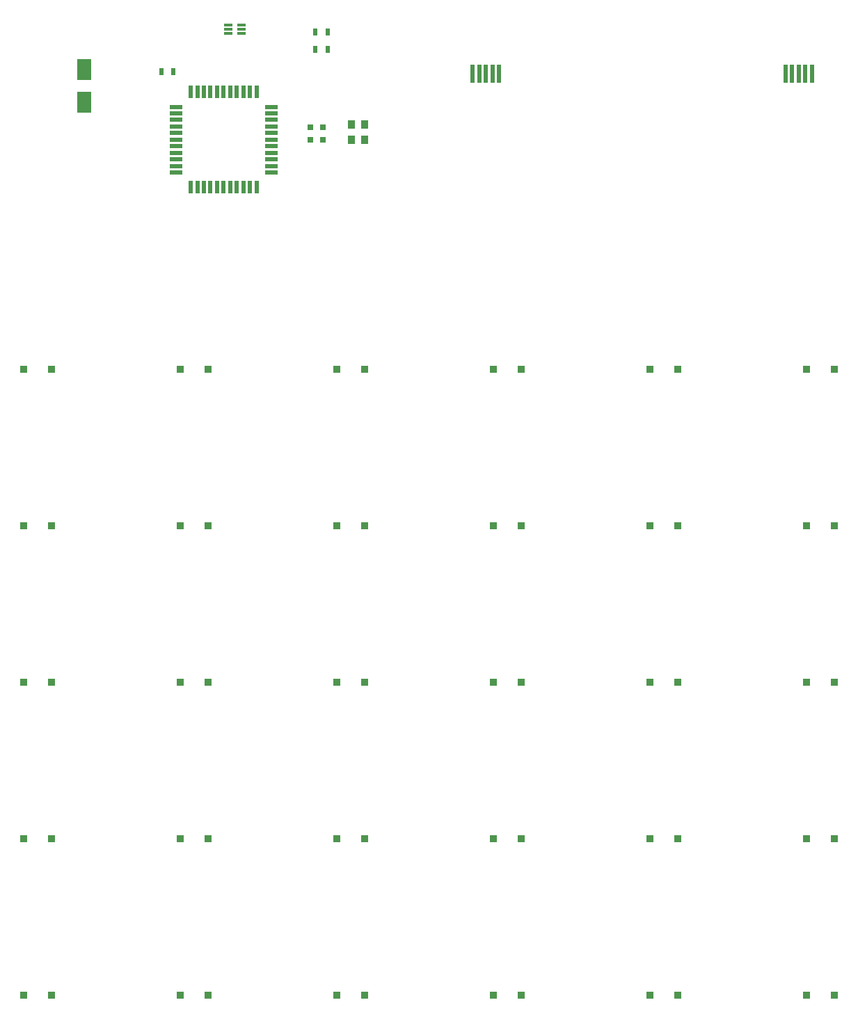
<source format=gbp>
G04 #@! TF.FileFunction,Paste,Bot*
%FSLAX46Y46*%
G04 Gerber Fmt 4.6, Leading zero omitted, Abs format (unit mm)*
G04 Created by KiCad (PCBNEW 4.0.3-stable) date 08/13/16 09:37:38*
%MOMM*%
%LPD*%
G01*
G04 APERTURE LIST*
%ADD10C,0.100000*%
%ADD11R,0.500000X1.500000*%
%ADD12R,1.500000X0.500000*%
%ADD13R,0.838200X0.838200*%
%ADD14R,0.900000X1.000000*%
%ADD15R,0.990000X0.300000*%
%ADD16R,0.500000X2.300000*%
%ADD17R,0.800000X0.750000*%
%ADD18R,1.800860X2.499360*%
%ADD19R,0.500000X0.900000*%
G04 APERTURE END LIST*
D10*
D11*
X50489949Y-22502295D03*
X51289949Y-22502295D03*
X52089949Y-22502295D03*
X52889949Y-22502295D03*
X53689949Y-22502295D03*
X54489949Y-22502295D03*
X55289949Y-22502295D03*
X56089949Y-22502295D03*
X56889949Y-22502295D03*
X57689949Y-22502295D03*
X58489949Y-22502295D03*
D12*
X60289949Y-24302295D03*
X60289949Y-25102295D03*
X60289949Y-25902295D03*
X60289949Y-26702295D03*
X60289949Y-27502295D03*
X60289949Y-28302295D03*
X60289949Y-29102295D03*
X60289949Y-29902295D03*
X60289949Y-30702295D03*
X60289949Y-31502295D03*
X60289949Y-32302295D03*
D11*
X58489949Y-34102295D03*
X57689949Y-34102295D03*
X56889949Y-34102295D03*
X56089949Y-34102295D03*
X55289949Y-34102295D03*
X54489949Y-34102295D03*
X53689949Y-34102295D03*
X52889949Y-34102295D03*
X52089949Y-34102295D03*
X51289949Y-34102295D03*
X50489949Y-34102295D03*
D12*
X48689949Y-32302295D03*
X48689949Y-31502295D03*
X48689949Y-30702295D03*
X48689949Y-29902295D03*
X48689949Y-29102295D03*
X48689949Y-28302295D03*
X48689949Y-27502295D03*
X48689949Y-26702295D03*
X48689949Y-25902295D03*
X48689949Y-25102295D03*
X48689949Y-24302295D03*
D13*
X33513054Y-56257271D03*
X30185654Y-56257271D03*
X33513054Y-75307352D03*
X30185654Y-75307352D03*
X33513054Y-94357433D03*
X30185654Y-94357433D03*
X33513054Y-113407515D03*
X30185654Y-113407515D03*
X33513054Y-132457596D03*
X30185654Y-132457596D03*
X52563135Y-56257271D03*
X49235735Y-56257271D03*
X52563135Y-75307352D03*
X49235735Y-75307352D03*
X52563135Y-94357433D03*
X49235735Y-94357433D03*
X52563135Y-113407515D03*
X49235735Y-113407515D03*
X52563135Y-132457596D03*
X49235735Y-132457596D03*
X71613217Y-56257271D03*
X68285817Y-56257271D03*
X71613217Y-75307352D03*
X68285817Y-75307352D03*
X71613217Y-94357433D03*
X68285817Y-94357433D03*
X71613217Y-113407515D03*
X68285817Y-113407515D03*
X71613217Y-132457596D03*
X68285817Y-132457596D03*
X90663298Y-56257271D03*
X87335898Y-56257271D03*
X90663298Y-75307352D03*
X87335898Y-75307352D03*
X90663298Y-94357433D03*
X87335898Y-94357433D03*
X90663298Y-113407515D03*
X87335898Y-113407515D03*
X90663298Y-132457596D03*
X87335898Y-132457596D03*
X109713379Y-56257271D03*
X106385979Y-56257271D03*
X109713379Y-75307352D03*
X106385979Y-75307352D03*
X109713379Y-94357433D03*
X106385979Y-94357433D03*
X109713379Y-113407515D03*
X106385979Y-113407515D03*
X109713379Y-132457596D03*
X106385979Y-132457596D03*
X128763461Y-56257271D03*
X125436061Y-56257271D03*
X128763461Y-75307352D03*
X125436061Y-75307352D03*
X128763461Y-94357433D03*
X125436061Y-94357433D03*
X128763461Y-113407515D03*
X125436061Y-113407515D03*
X128763461Y-132457596D03*
X125436061Y-132457596D03*
D14*
X70059849Y-28335755D03*
X70059849Y-26485755D03*
X71609849Y-26485755D03*
X71609849Y-28335755D03*
D15*
X56669840Y-14359000D03*
X56669840Y-14859000D03*
X56669840Y-15359000D03*
X55059840Y-15359000D03*
X55059840Y-14859000D03*
X55059840Y-14359000D03*
D16*
X84795560Y-20270600D03*
X85595560Y-20270600D03*
X86395560Y-20270600D03*
X87195560Y-20270600D03*
X87995560Y-20270600D03*
X122860000Y-20296000D03*
X123660000Y-20296000D03*
X124460000Y-20296000D03*
X125260000Y-20296000D03*
X126060000Y-20296000D03*
D17*
X66532789Y-28302295D03*
X65032789Y-28302295D03*
X66532789Y-26816395D03*
X65032789Y-26816395D03*
D18*
X37550689Y-19765355D03*
X37550689Y-23763315D03*
D19*
X65627149Y-15226375D03*
X67127149Y-15226375D03*
X65627149Y-17306635D03*
X67127149Y-17306635D03*
X46904809Y-19981255D03*
X48404809Y-19981255D03*
M02*

</source>
